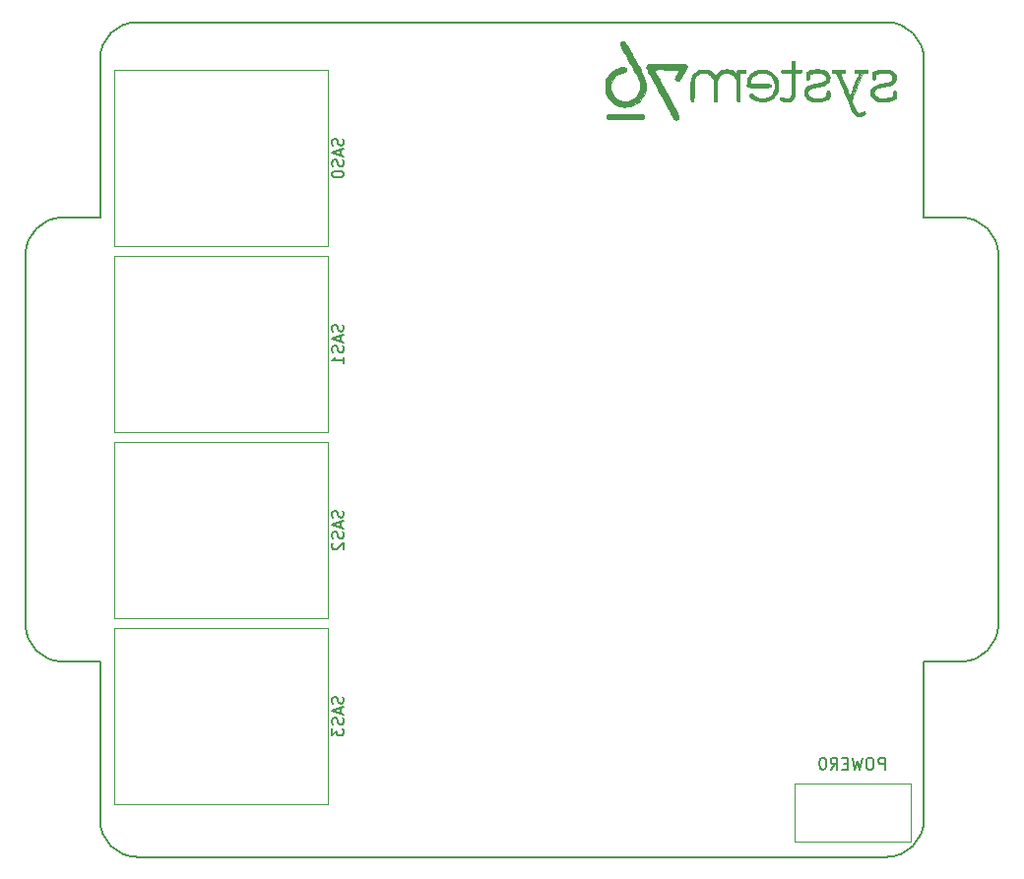
<source format=gbr>
%TF.GenerationSoftware,KiCad,Pcbnew,6.0.0-rc1-unknown-ee465fb~66~ubuntu18.04.1*%
%TF.CreationDate,2018-10-04T09:53:09-06:00*%
%TF.ProjectId,thelio-io-sas,7468656C696F2D696F2D7361732E6B69,rev?*%
%TF.SameCoordinates,Original*%
%TF.FileFunction,Legend,Bot*%
%TF.FilePolarity,Positive*%
%FSLAX46Y46*%
G04 Gerber Fmt 4.6, Leading zero omitted, Abs format (unit mm)*
G04 Created by KiCad (PCBNEW 6.0.0-rc1-unknown-ee465fb~66~ubuntu18.04.1) date Thu Oct  4 09:53:09 2018*
%MOMM*%
%LPD*%
G01*
G04 APERTURE LIST*
%ADD10C,0.200000*%
%ADD11C,0.150000*%
%ADD12C,0.120000*%
%ADD13C,0.010000*%
G04 APERTURE END LIST*
D10*
X0Y-16800000D02*
X0Y-3200000D01*
X0Y-55000000D02*
X0Y-68600000D01*
X0Y-16800000D02*
X-3200000Y-16800000D01*
X0Y-55000000D02*
X-3200000Y-55000000D01*
X-3200000Y-55000000D02*
G75*
G02X-6400000Y-51800000I0J3200000D01*
G01*
X70850000Y-16800000D02*
X74050000Y-16800000D01*
X3200000Y0D02*
X67650000Y0D01*
X-6400000Y-51800000D02*
X-6400000Y-20000000D01*
X70850000Y-55000000D02*
X74050000Y-55000000D01*
X74050000Y-16800000D02*
G75*
G02X77250000Y-20000000I0J-3200000D01*
G01*
X67650000Y0D02*
G75*
G02X70850000Y-3200000I0J-3200000D01*
G01*
X0Y-3200000D02*
G75*
G02X3200000Y0I3200000J0D01*
G01*
X67650000Y-71800000D02*
X3200000Y-71800000D01*
X3200000Y-71800000D02*
G75*
G02X0Y-68600000I0J3200000D01*
G01*
D11*
X70850000Y-68600000D02*
G75*
G02X67650000Y-71800000I-3200000J0D01*
G01*
D10*
X70850000Y-16800000D02*
X70850000Y-3200000D01*
X70850000Y-55000000D02*
X70850000Y-68600000D01*
X77250000Y-51800000D02*
X77250000Y-20000000D01*
X-6400000Y-20000000D02*
G75*
G02X-3200000Y-16800000I3200000J0D01*
G01*
X77250000Y-51800000D02*
G75*
G02X74050000Y-55000000I-3200000J0D01*
G01*
D12*
%TO.C,POWER0*%
X69710000Y-65490000D02*
X59710000Y-65490000D01*
X59710000Y-65490000D02*
X59710000Y-70490000D01*
X59710000Y-70490000D02*
X69710000Y-70490000D01*
X69710000Y-70490000D02*
X69710000Y-65490000D01*
%TO.C,SAS3*%
X19620000Y-52120000D02*
X1220000Y-52120000D01*
X1220000Y-52120000D02*
X1220000Y-67270000D01*
X19620000Y-67270000D02*
X1220000Y-67270000D01*
X19620000Y-52120000D02*
X19620000Y-67270000D01*
%TO.C,SAS2*%
X19620000Y-36120000D02*
X1220000Y-36120000D01*
X1220000Y-36120000D02*
X1220000Y-51270000D01*
X19620000Y-51270000D02*
X1220000Y-51270000D01*
X19620000Y-36120000D02*
X19620000Y-51270000D01*
%TO.C,SAS0*%
X19620000Y-4120000D02*
X1220000Y-4120000D01*
X1220000Y-4120000D02*
X1220000Y-19270000D01*
X19620000Y-19270000D02*
X1220000Y-19270000D01*
X19620000Y-4120000D02*
X19620000Y-19270000D01*
%TO.C,SAS1*%
X19620000Y-20120000D02*
X19620000Y-35270000D01*
X19620000Y-35270000D02*
X1220000Y-35270000D01*
X1220000Y-20120000D02*
X1220000Y-35270000D01*
X19620000Y-20120000D02*
X1220000Y-20120000D01*
D13*
%TO.C,G\002A\002A\002A*%
G36*
X47035288Y-3707474D02*
X46987025Y-3770378D01*
X46969607Y-3825608D01*
X46972535Y-3881106D01*
X46985744Y-3914214D01*
X47020754Y-3987230D01*
X47075610Y-4096511D01*
X47148360Y-4238414D01*
X47237048Y-4409295D01*
X47339720Y-4605511D01*
X47454423Y-4823417D01*
X47579202Y-5059372D01*
X47712104Y-5309730D01*
X47851174Y-5570849D01*
X47994458Y-5839084D01*
X48140002Y-6110794D01*
X48285851Y-6382333D01*
X48430053Y-6650059D01*
X48570652Y-6910328D01*
X48705695Y-7159496D01*
X48833227Y-7393921D01*
X48951295Y-7609958D01*
X49057944Y-7803963D01*
X49151220Y-7972295D01*
X49229169Y-8111308D01*
X49289837Y-8217360D01*
X49331270Y-8286806D01*
X49350590Y-8315097D01*
X49430706Y-8366024D01*
X49537600Y-8382404D01*
X49586892Y-8378353D01*
X49640698Y-8355850D01*
X49699585Y-8311558D01*
X49704714Y-8306568D01*
X49726967Y-8284457D01*
X49745798Y-8263426D01*
X49759987Y-8240756D01*
X49768317Y-8213724D01*
X49769569Y-8179611D01*
X49762525Y-8135695D01*
X49745967Y-8079255D01*
X49718677Y-8007570D01*
X49679436Y-7917919D01*
X49627026Y-7807581D01*
X49560229Y-7673835D01*
X49477826Y-7513961D01*
X49378600Y-7325236D01*
X49261333Y-7104941D01*
X49124805Y-6850354D01*
X48967799Y-6558754D01*
X48789097Y-6227420D01*
X48699441Y-6061226D01*
X48543071Y-5771003D01*
X48393820Y-5493328D01*
X48253328Y-5231288D01*
X48123233Y-4987971D01*
X48005173Y-4766461D01*
X47900786Y-4569847D01*
X47811712Y-4401215D01*
X47739589Y-4263651D01*
X47686056Y-4160242D01*
X47652750Y-4094075D01*
X47641310Y-4068236D01*
X47641368Y-4068020D01*
X47667707Y-4065847D01*
X47738588Y-4064101D01*
X47848946Y-4062803D01*
X47993716Y-4061975D01*
X48167832Y-4061638D01*
X48366230Y-4061813D01*
X48583843Y-4062521D01*
X48747700Y-4063362D01*
X49842911Y-4069824D01*
X49640150Y-4404688D01*
X49548082Y-4561412D01*
X49483736Y-4684258D01*
X49445660Y-4779473D01*
X49432401Y-4853301D01*
X49442506Y-4911989D01*
X49474522Y-4961781D01*
X49503929Y-4990230D01*
X49589846Y-5038211D01*
X49683752Y-5050261D01*
X49769668Y-5026194D01*
X49811235Y-4993799D01*
X49838196Y-4957020D01*
X49885950Y-4884205D01*
X49950252Y-4782144D01*
X50026857Y-4657628D01*
X50111520Y-4517450D01*
X50162825Y-4431339D01*
X50268811Y-4250553D01*
X50349989Y-4106025D01*
X50408238Y-3992193D01*
X50445433Y-3903496D01*
X50463451Y-3834370D01*
X50464172Y-3779252D01*
X50449470Y-3732582D01*
X50421225Y-3688795D01*
X50415746Y-3681898D01*
X50368328Y-3623340D01*
X47110462Y-3623340D01*
X47035288Y-3707474D01*
X47035288Y-3707474D01*
G37*
X47035288Y-3707474D02*
X46987025Y-3770378D01*
X46969607Y-3825608D01*
X46972535Y-3881106D01*
X46985744Y-3914214D01*
X47020754Y-3987230D01*
X47075610Y-4096511D01*
X47148360Y-4238414D01*
X47237048Y-4409295D01*
X47339720Y-4605511D01*
X47454423Y-4823417D01*
X47579202Y-5059372D01*
X47712104Y-5309730D01*
X47851174Y-5570849D01*
X47994458Y-5839084D01*
X48140002Y-6110794D01*
X48285851Y-6382333D01*
X48430053Y-6650059D01*
X48570652Y-6910328D01*
X48705695Y-7159496D01*
X48833227Y-7393921D01*
X48951295Y-7609958D01*
X49057944Y-7803963D01*
X49151220Y-7972295D01*
X49229169Y-8111308D01*
X49289837Y-8217360D01*
X49331270Y-8286806D01*
X49350590Y-8315097D01*
X49430706Y-8366024D01*
X49537600Y-8382404D01*
X49586892Y-8378353D01*
X49640698Y-8355850D01*
X49699585Y-8311558D01*
X49704714Y-8306568D01*
X49726967Y-8284457D01*
X49745798Y-8263426D01*
X49759987Y-8240756D01*
X49768317Y-8213724D01*
X49769569Y-8179611D01*
X49762525Y-8135695D01*
X49745967Y-8079255D01*
X49718677Y-8007570D01*
X49679436Y-7917919D01*
X49627026Y-7807581D01*
X49560229Y-7673835D01*
X49477826Y-7513961D01*
X49378600Y-7325236D01*
X49261333Y-7104941D01*
X49124805Y-6850354D01*
X48967799Y-6558754D01*
X48789097Y-6227420D01*
X48699441Y-6061226D01*
X48543071Y-5771003D01*
X48393820Y-5493328D01*
X48253328Y-5231288D01*
X48123233Y-4987971D01*
X48005173Y-4766461D01*
X47900786Y-4569847D01*
X47811712Y-4401215D01*
X47739589Y-4263651D01*
X47686056Y-4160242D01*
X47652750Y-4094075D01*
X47641310Y-4068236D01*
X47641368Y-4068020D01*
X47667707Y-4065847D01*
X47738588Y-4064101D01*
X47848946Y-4062803D01*
X47993716Y-4061975D01*
X48167832Y-4061638D01*
X48366230Y-4061813D01*
X48583843Y-4062521D01*
X48747700Y-4063362D01*
X49842911Y-4069824D01*
X49640150Y-4404688D01*
X49548082Y-4561412D01*
X49483736Y-4684258D01*
X49445660Y-4779473D01*
X49432401Y-4853301D01*
X49442506Y-4911989D01*
X49474522Y-4961781D01*
X49503929Y-4990230D01*
X49589846Y-5038211D01*
X49683752Y-5050261D01*
X49769668Y-5026194D01*
X49811235Y-4993799D01*
X49838196Y-4957020D01*
X49885950Y-4884205D01*
X49950252Y-4782144D01*
X50026857Y-4657628D01*
X50111520Y-4517450D01*
X50162825Y-4431339D01*
X50268811Y-4250553D01*
X50349989Y-4106025D01*
X50408238Y-3992193D01*
X50445433Y-3903496D01*
X50463451Y-3834370D01*
X50464172Y-3779252D01*
X50449470Y-3732582D01*
X50421225Y-3688795D01*
X50415746Y-3681898D01*
X50368328Y-3623340D01*
X47110462Y-3623340D01*
X47035288Y-3707474D01*
G36*
X43615162Y-7949850D02*
X43563006Y-8016868D01*
X43543787Y-8091864D01*
X43542656Y-8125391D01*
X43553115Y-8209966D01*
X43592365Y-8276527D01*
X43615162Y-8300931D01*
X43687668Y-8373438D01*
X46639436Y-8373438D01*
X46713930Y-8310755D01*
X46783878Y-8224389D01*
X46808199Y-8127140D01*
X46786882Y-8027629D01*
X46719912Y-7934481D01*
X46714499Y-7929335D01*
X46702101Y-7918543D01*
X46687333Y-7909359D01*
X46666352Y-7901652D01*
X46635317Y-7895293D01*
X46590387Y-7890153D01*
X46527720Y-7886101D01*
X46443474Y-7883009D01*
X46333808Y-7880747D01*
X46194881Y-7879184D01*
X46022851Y-7878193D01*
X45813876Y-7877642D01*
X45564116Y-7877402D01*
X45269728Y-7877345D01*
X45173180Y-7877344D01*
X43687668Y-7877344D01*
X43615162Y-7949850D01*
X43615162Y-7949850D01*
G37*
X43615162Y-7949850D02*
X43563006Y-8016868D01*
X43543787Y-8091864D01*
X43542656Y-8125391D01*
X43553115Y-8209966D01*
X43592365Y-8276527D01*
X43615162Y-8300931D01*
X43687668Y-8373438D01*
X46639436Y-8373438D01*
X46713930Y-8310755D01*
X46783878Y-8224389D01*
X46808199Y-8127140D01*
X46786882Y-8027629D01*
X46719912Y-7934481D01*
X46714499Y-7929335D01*
X46702101Y-7918543D01*
X46687333Y-7909359D01*
X46666352Y-7901652D01*
X46635317Y-7895293D01*
X46590387Y-7890153D01*
X46527720Y-7886101D01*
X46443474Y-7883009D01*
X46333808Y-7880747D01*
X46194881Y-7879184D01*
X46022851Y-7878193D01*
X45813876Y-7877642D01*
X45564116Y-7877402D01*
X45269728Y-7877345D01*
X45173180Y-7877344D01*
X43687668Y-7877344D01*
X43615162Y-7949850D01*
G36*
X65273895Y-4107609D02*
X65132718Y-4110348D01*
X65029388Y-4116755D01*
X64958027Y-4128336D01*
X64912755Y-4146599D01*
X64887694Y-4173051D01*
X64876964Y-4209199D01*
X64874688Y-4256549D01*
X64874687Y-4256758D01*
X64886589Y-4315486D01*
X64926749Y-4353356D01*
X65001848Y-4373709D01*
X65118568Y-4379881D01*
X65121104Y-4379883D01*
X65200085Y-4382791D01*
X65254571Y-4390357D01*
X65271562Y-4399288D01*
X65262185Y-4426284D01*
X65235702Y-4492891D01*
X65194587Y-4593135D01*
X65141313Y-4721043D01*
X65078355Y-4870645D01*
X65008186Y-5035966D01*
X64996738Y-5062813D01*
X64917268Y-5249811D01*
X64837024Y-5439961D01*
X64760216Y-5623191D01*
X64691055Y-5789427D01*
X64633750Y-5928595D01*
X64597945Y-6016992D01*
X64551074Y-6132487D01*
X64509740Y-6231119D01*
X64477840Y-6303818D01*
X64459274Y-6341512D01*
X64457290Y-6344287D01*
X64445785Y-6324990D01*
X64418224Y-6265341D01*
X64376952Y-6171062D01*
X64324313Y-6047871D01*
X64262652Y-5901490D01*
X64194314Y-5737636D01*
X64121643Y-5562032D01*
X64046983Y-5380395D01*
X63972681Y-5198447D01*
X63901079Y-5021906D01*
X63834524Y-4856493D01*
X63775359Y-4707928D01*
X63725929Y-4581930D01*
X63688579Y-4484220D01*
X63665653Y-4420517D01*
X63659258Y-4397462D01*
X63681873Y-4388465D01*
X63740991Y-4382127D01*
X63818717Y-4379883D01*
X63934736Y-4371943D01*
X64009095Y-4345941D01*
X64047488Y-4298607D01*
X64056133Y-4243457D01*
X64053279Y-4199775D01*
X64040770Y-4166533D01*
X64012687Y-4142314D01*
X63963107Y-4125703D01*
X63886112Y-4115288D01*
X63775779Y-4109651D01*
X63626189Y-4107379D01*
X63485260Y-4107031D01*
X63317145Y-4107220D01*
X63191697Y-4108268D01*
X63101973Y-4110893D01*
X63041031Y-4115817D01*
X63001929Y-4123759D01*
X62977724Y-4135440D01*
X62961474Y-4151579D01*
X62953731Y-4162160D01*
X62917020Y-4240596D01*
X62926695Y-4303233D01*
X62981777Y-4349033D01*
X63081291Y-4376955D01*
X63163114Y-4384752D01*
X63323332Y-4392285D01*
X63960933Y-5917773D01*
X64072081Y-6183564D01*
X64179478Y-6440125D01*
X64281288Y-6683083D01*
X64375673Y-6908067D01*
X64460795Y-7110702D01*
X64534817Y-7286617D01*
X64595902Y-7431438D01*
X64642212Y-7540792D01*
X64671909Y-7610308D01*
X64678165Y-7624704D01*
X64775016Y-7801859D01*
X64891171Y-7938290D01*
X65023827Y-8031110D01*
X65103850Y-8062839D01*
X65217574Y-8090601D01*
X65313869Y-8096271D01*
X65418378Y-8080122D01*
X65471502Y-8066732D01*
X65582494Y-8028216D01*
X65681158Y-7978563D01*
X65753007Y-7925744D01*
X65774891Y-7899786D01*
X65789916Y-7834826D01*
X65770013Y-7765450D01*
X65722826Y-7712711D01*
X65703381Y-7702850D01*
X65653965Y-7693501D01*
X65594438Y-7705222D01*
X65509444Y-7740935D01*
X65410073Y-7778461D01*
X65312083Y-7800229D01*
X65275006Y-7802930D01*
X65207181Y-7796528D01*
X65147010Y-7773985D01*
X65090495Y-7730295D01*
X65033637Y-7660453D01*
X64972438Y-7559452D01*
X64902897Y-7422286D01*
X64821017Y-7243951D01*
X64811661Y-7222905D01*
X64751647Y-7086335D01*
X64698288Y-6962540D01*
X64655066Y-6859788D01*
X64625461Y-6786345D01*
X64613206Y-6751616D01*
X64619994Y-6715133D01*
X64646880Y-6634663D01*
X64693401Y-6511364D01*
X64759092Y-6346398D01*
X64843491Y-6140922D01*
X64946132Y-5896098D01*
X65066553Y-5613084D01*
X65095432Y-5545703D01*
X65590373Y-4392285D01*
X65783611Y-4379883D01*
X65882452Y-4372137D01*
X65944079Y-4361714D01*
X65980864Y-4344428D01*
X66005179Y-4316092D01*
X66013404Y-4302126D01*
X66035996Y-4250312D01*
X66028843Y-4208086D01*
X66007455Y-4171901D01*
X65964950Y-4107031D01*
X65458798Y-4107031D01*
X65273895Y-4107609D01*
X65273895Y-4107609D01*
G37*
X65273895Y-4107609D02*
X65132718Y-4110348D01*
X65029388Y-4116755D01*
X64958027Y-4128336D01*
X64912755Y-4146599D01*
X64887694Y-4173051D01*
X64876964Y-4209199D01*
X64874688Y-4256549D01*
X64874687Y-4256758D01*
X64886589Y-4315486D01*
X64926749Y-4353356D01*
X65001848Y-4373709D01*
X65118568Y-4379881D01*
X65121104Y-4379883D01*
X65200085Y-4382791D01*
X65254571Y-4390357D01*
X65271562Y-4399288D01*
X65262185Y-4426284D01*
X65235702Y-4492891D01*
X65194587Y-4593135D01*
X65141313Y-4721043D01*
X65078355Y-4870645D01*
X65008186Y-5035966D01*
X64996738Y-5062813D01*
X64917268Y-5249811D01*
X64837024Y-5439961D01*
X64760216Y-5623191D01*
X64691055Y-5789427D01*
X64633750Y-5928595D01*
X64597945Y-6016992D01*
X64551074Y-6132487D01*
X64509740Y-6231119D01*
X64477840Y-6303818D01*
X64459274Y-6341512D01*
X64457290Y-6344287D01*
X64445785Y-6324990D01*
X64418224Y-6265341D01*
X64376952Y-6171062D01*
X64324313Y-6047871D01*
X64262652Y-5901490D01*
X64194314Y-5737636D01*
X64121643Y-5562032D01*
X64046983Y-5380395D01*
X63972681Y-5198447D01*
X63901079Y-5021906D01*
X63834524Y-4856493D01*
X63775359Y-4707928D01*
X63725929Y-4581930D01*
X63688579Y-4484220D01*
X63665653Y-4420517D01*
X63659258Y-4397462D01*
X63681873Y-4388465D01*
X63740991Y-4382127D01*
X63818717Y-4379883D01*
X63934736Y-4371943D01*
X64009095Y-4345941D01*
X64047488Y-4298607D01*
X64056133Y-4243457D01*
X64053279Y-4199775D01*
X64040770Y-4166533D01*
X64012687Y-4142314D01*
X63963107Y-4125703D01*
X63886112Y-4115288D01*
X63775779Y-4109651D01*
X63626189Y-4107379D01*
X63485260Y-4107031D01*
X63317145Y-4107220D01*
X63191697Y-4108268D01*
X63101973Y-4110893D01*
X63041031Y-4115817D01*
X63001929Y-4123759D01*
X62977724Y-4135440D01*
X62961474Y-4151579D01*
X62953731Y-4162160D01*
X62917020Y-4240596D01*
X62926695Y-4303233D01*
X62981777Y-4349033D01*
X63081291Y-4376955D01*
X63163114Y-4384752D01*
X63323332Y-4392285D01*
X63960933Y-5917773D01*
X64072081Y-6183564D01*
X64179478Y-6440125D01*
X64281288Y-6683083D01*
X64375673Y-6908067D01*
X64460795Y-7110702D01*
X64534817Y-7286617D01*
X64595902Y-7431438D01*
X64642212Y-7540792D01*
X64671909Y-7610308D01*
X64678165Y-7624704D01*
X64775016Y-7801859D01*
X64891171Y-7938290D01*
X65023827Y-8031110D01*
X65103850Y-8062839D01*
X65217574Y-8090601D01*
X65313869Y-8096271D01*
X65418378Y-8080122D01*
X65471502Y-8066732D01*
X65582494Y-8028216D01*
X65681158Y-7978563D01*
X65753007Y-7925744D01*
X65774891Y-7899786D01*
X65789916Y-7834826D01*
X65770013Y-7765450D01*
X65722826Y-7712711D01*
X65703381Y-7702850D01*
X65653965Y-7693501D01*
X65594438Y-7705222D01*
X65509444Y-7740935D01*
X65410073Y-7778461D01*
X65312083Y-7800229D01*
X65275006Y-7802930D01*
X65207181Y-7796528D01*
X65147010Y-7773985D01*
X65090495Y-7730295D01*
X65033637Y-7660453D01*
X64972438Y-7559452D01*
X64902897Y-7422286D01*
X64821017Y-7243951D01*
X64811661Y-7222905D01*
X64751647Y-7086335D01*
X64698288Y-6962540D01*
X64655066Y-6859788D01*
X64625461Y-6786345D01*
X64613206Y-6751616D01*
X64619994Y-6715133D01*
X64646880Y-6634663D01*
X64693401Y-6511364D01*
X64759092Y-6346398D01*
X64843491Y-6140922D01*
X64946132Y-5896098D01*
X65066553Y-5613084D01*
X65095432Y-5545703D01*
X65590373Y-4392285D01*
X65783611Y-4379883D01*
X65882452Y-4372137D01*
X65944079Y-4361714D01*
X65980864Y-4344428D01*
X66005179Y-4316092D01*
X66013404Y-4302126D01*
X66035996Y-4250312D01*
X66028843Y-4208086D01*
X66007455Y-4171901D01*
X65964950Y-4107031D01*
X65458798Y-4107031D01*
X65273895Y-4107609D01*
G36*
X44848125Y-1679706D02*
X44780543Y-1744006D01*
X44741802Y-1832934D01*
X44739984Y-1931110D01*
X44754164Y-1967138D01*
X44790359Y-2042352D01*
X44846387Y-2152630D01*
X44920062Y-2293849D01*
X45009202Y-2461888D01*
X45111623Y-2652626D01*
X45225142Y-2861941D01*
X45347574Y-3085710D01*
X45452678Y-3276354D01*
X45610006Y-3560761D01*
X45745218Y-3805317D01*
X45860178Y-4013599D01*
X45956751Y-4189183D01*
X46036802Y-4335648D01*
X46102195Y-4456569D01*
X46154796Y-4555524D01*
X46196468Y-4636089D01*
X46229078Y-4701842D01*
X46254489Y-4756360D01*
X46274567Y-4803219D01*
X46291176Y-4845996D01*
X46306180Y-4888268D01*
X46321446Y-4933613D01*
X46329922Y-4959041D01*
X46404717Y-5239720D01*
X46434592Y-5499384D01*
X46419548Y-5738063D01*
X46411878Y-5779743D01*
X46359663Y-5977328D01*
X46286330Y-6143517D01*
X46182890Y-6294945D01*
X46062233Y-6426810D01*
X45899772Y-6569059D01*
X45733576Y-6672205D01*
X45547516Y-6744897D01*
X45400958Y-6781442D01*
X45165751Y-6806307D01*
X44936571Y-6785733D01*
X44718354Y-6723728D01*
X44516041Y-6624297D01*
X44334569Y-6491446D01*
X44178876Y-6329182D01*
X44053901Y-6141509D01*
X43964583Y-5932434D01*
X43915859Y-5705963D01*
X43908144Y-5570508D01*
X43931677Y-5329082D01*
X43999973Y-5103416D01*
X44109580Y-4897597D01*
X44257046Y-4715711D01*
X44438918Y-4561844D01*
X44651742Y-4440083D01*
X44892068Y-4354514D01*
X44946740Y-4341295D01*
X45077476Y-4303749D01*
X45165012Y-4256094D01*
X45215548Y-4192753D01*
X45235286Y-4108147D01*
X45236140Y-4080974D01*
X45216929Y-3973462D01*
X45160669Y-3898334D01*
X45069418Y-3857449D01*
X44980855Y-3850324D01*
X44892953Y-3859836D01*
X44782631Y-3881094D01*
X44677613Y-3908413D01*
X44402832Y-4016575D01*
X44152930Y-4165831D01*
X43931936Y-4352312D01*
X43743880Y-4572147D01*
X43592790Y-4821470D01*
X43502053Y-5037207D01*
X43472672Y-5127469D01*
X43452938Y-5206451D01*
X43440929Y-5288481D01*
X43434724Y-5387887D01*
X43432402Y-5518996D01*
X43432204Y-5558105D01*
X43432778Y-5698539D01*
X43436974Y-5804282D01*
X43446739Y-5890226D01*
X43464018Y-5971261D01*
X43490756Y-6062277D01*
X43503024Y-6100208D01*
X43613705Y-6360159D01*
X43765531Y-6596999D01*
X43953664Y-6806237D01*
X44173267Y-6983387D01*
X44419504Y-7123960D01*
X44687537Y-7223466D01*
X44723936Y-7233204D01*
X44910191Y-7266616D01*
X45119632Y-7280878D01*
X45332513Y-7275992D01*
X45529091Y-7251961D01*
X45613848Y-7233100D01*
X45878502Y-7143946D01*
X46109990Y-7024054D01*
X46317979Y-6867714D01*
X46448762Y-6739987D01*
X46632171Y-6513366D01*
X46770044Y-6272662D01*
X46865678Y-6010947D01*
X46918142Y-5753254D01*
X46934200Y-5529271D01*
X46919562Y-5298605D01*
X46872910Y-5055786D01*
X46792928Y-4795344D01*
X46678299Y-4511810D01*
X46558700Y-4260577D01*
X46492180Y-4130782D01*
X46410570Y-3975367D01*
X46316445Y-3798948D01*
X46212383Y-3606140D01*
X46100961Y-3401561D01*
X45984754Y-3189825D01*
X45866339Y-2975550D01*
X45748293Y-2763350D01*
X45633192Y-2557843D01*
X45523614Y-2363644D01*
X45422134Y-2185370D01*
X45331329Y-2027636D01*
X45253776Y-1895059D01*
X45192051Y-1792255D01*
X45148731Y-1723840D01*
X45126392Y-1694429D01*
X45126323Y-1694377D01*
X45030775Y-1648911D01*
X44934789Y-1646014D01*
X44848125Y-1679706D01*
X44848125Y-1679706D01*
G37*
X44848125Y-1679706D02*
X44780543Y-1744006D01*
X44741802Y-1832934D01*
X44739984Y-1931110D01*
X44754164Y-1967138D01*
X44790359Y-2042352D01*
X44846387Y-2152630D01*
X44920062Y-2293849D01*
X45009202Y-2461888D01*
X45111623Y-2652626D01*
X45225142Y-2861941D01*
X45347574Y-3085710D01*
X45452678Y-3276354D01*
X45610006Y-3560761D01*
X45745218Y-3805317D01*
X45860178Y-4013599D01*
X45956751Y-4189183D01*
X46036802Y-4335648D01*
X46102195Y-4456569D01*
X46154796Y-4555524D01*
X46196468Y-4636089D01*
X46229078Y-4701842D01*
X46254489Y-4756360D01*
X46274567Y-4803219D01*
X46291176Y-4845996D01*
X46306180Y-4888268D01*
X46321446Y-4933613D01*
X46329922Y-4959041D01*
X46404717Y-5239720D01*
X46434592Y-5499384D01*
X46419548Y-5738063D01*
X46411878Y-5779743D01*
X46359663Y-5977328D01*
X46286330Y-6143517D01*
X46182890Y-6294945D01*
X46062233Y-6426810D01*
X45899772Y-6569059D01*
X45733576Y-6672205D01*
X45547516Y-6744897D01*
X45400958Y-6781442D01*
X45165751Y-6806307D01*
X44936571Y-6785733D01*
X44718354Y-6723728D01*
X44516041Y-6624297D01*
X44334569Y-6491446D01*
X44178876Y-6329182D01*
X44053901Y-6141509D01*
X43964583Y-5932434D01*
X43915859Y-5705963D01*
X43908144Y-5570508D01*
X43931677Y-5329082D01*
X43999973Y-5103416D01*
X44109580Y-4897597D01*
X44257046Y-4715711D01*
X44438918Y-4561844D01*
X44651742Y-4440083D01*
X44892068Y-4354514D01*
X44946740Y-4341295D01*
X45077476Y-4303749D01*
X45165012Y-4256094D01*
X45215548Y-4192753D01*
X45235286Y-4108147D01*
X45236140Y-4080974D01*
X45216929Y-3973462D01*
X45160669Y-3898334D01*
X45069418Y-3857449D01*
X44980855Y-3850324D01*
X44892953Y-3859836D01*
X44782631Y-3881094D01*
X44677613Y-3908413D01*
X44402832Y-4016575D01*
X44152930Y-4165831D01*
X43931936Y-4352312D01*
X43743880Y-4572147D01*
X43592790Y-4821470D01*
X43502053Y-5037207D01*
X43472672Y-5127469D01*
X43452938Y-5206451D01*
X43440929Y-5288481D01*
X43434724Y-5387887D01*
X43432402Y-5518996D01*
X43432204Y-5558105D01*
X43432778Y-5698539D01*
X43436974Y-5804282D01*
X43446739Y-5890226D01*
X43464018Y-5971261D01*
X43490756Y-6062277D01*
X43503024Y-6100208D01*
X43613705Y-6360159D01*
X43765531Y-6596999D01*
X43953664Y-6806237D01*
X44173267Y-6983387D01*
X44419504Y-7123960D01*
X44687537Y-7223466D01*
X44723936Y-7233204D01*
X44910191Y-7266616D01*
X45119632Y-7280878D01*
X45332513Y-7275992D01*
X45529091Y-7251961D01*
X45613848Y-7233100D01*
X45878502Y-7143946D01*
X46109990Y-7024054D01*
X46317979Y-6867714D01*
X46448762Y-6739987D01*
X46632171Y-6513366D01*
X46770044Y-6272662D01*
X46865678Y-6010947D01*
X46918142Y-5753254D01*
X46934200Y-5529271D01*
X46919562Y-5298605D01*
X46872910Y-5055786D01*
X46792928Y-4795344D01*
X46678299Y-4511810D01*
X46558700Y-4260577D01*
X46492180Y-4130782D01*
X46410570Y-3975367D01*
X46316445Y-3798948D01*
X46212383Y-3606140D01*
X46100961Y-3401561D01*
X45984754Y-3189825D01*
X45866339Y-2975550D01*
X45748293Y-2763350D01*
X45633192Y-2557843D01*
X45523614Y-2363644D01*
X45422134Y-2185370D01*
X45331329Y-2027636D01*
X45253776Y-1895059D01*
X45192051Y-1792255D01*
X45148731Y-1723840D01*
X45126392Y-1694429D01*
X45126323Y-1694377D01*
X45030775Y-1648911D01*
X44934789Y-1646014D01*
X44848125Y-1679706D01*
G36*
X67199015Y-4073475D02*
X67056502Y-4083370D01*
X66941573Y-4100879D01*
X66885511Y-4114290D01*
X66752726Y-4155599D01*
X66628656Y-4203215D01*
X66523312Y-4252484D01*
X66446709Y-4298754D01*
X66409919Y-4335241D01*
X66400443Y-4381027D01*
X66397082Y-4461252D01*
X66399000Y-4562044D01*
X66405361Y-4669528D01*
X66415329Y-4769829D01*
X66428068Y-4849074D01*
X66442742Y-4893389D01*
X66443623Y-4894580D01*
X66483769Y-4916007D01*
X66547378Y-4925554D01*
X66551168Y-4925586D01*
X66611732Y-4916842D01*
X66651610Y-4885590D01*
X66674554Y-4824299D01*
X66684316Y-4725438D01*
X66685430Y-4656147D01*
X66685430Y-4482666D01*
X66819966Y-4432329D01*
X67070047Y-4363151D01*
X67333611Y-4334915D01*
X67490031Y-4338608D01*
X67680674Y-4361404D01*
X67831264Y-4399913D01*
X67949789Y-4457460D01*
X68044234Y-4537373D01*
X68084614Y-4586340D01*
X68124631Y-4675407D01*
X68138561Y-4785606D01*
X68126384Y-4896252D01*
X68088084Y-4986662D01*
X68084953Y-4990994D01*
X68047824Y-5035111D01*
X68004064Y-5073191D01*
X67948161Y-5107080D01*
X67874603Y-5138623D01*
X67777877Y-5169665D01*
X67652472Y-5202051D01*
X67492876Y-5237627D01*
X67293577Y-5278238D01*
X67133672Y-5309457D01*
X66894058Y-5364056D01*
X66699310Y-5427933D01*
X66545114Y-5503840D01*
X66427159Y-5594526D01*
X66341131Y-5702742D01*
X66282717Y-5831239D01*
X66274615Y-5857378D01*
X66248461Y-6023465D01*
X66261069Y-6192928D01*
X66309194Y-6353653D01*
X66389588Y-6493527D01*
X66467169Y-6575831D01*
X66597313Y-6662855D01*
X66762580Y-6737318D01*
X66948895Y-6793039D01*
X66974782Y-6798765D01*
X67120728Y-6820011D01*
X67294792Y-6830576D01*
X67477784Y-6830465D01*
X67650517Y-6819685D01*
X67792626Y-6798500D01*
X67906007Y-6767214D01*
X68037587Y-6720839D01*
X68170889Y-6666147D01*
X68289441Y-6609907D01*
X68376767Y-6558891D01*
X68378350Y-6557782D01*
X68408749Y-6534430D01*
X68428436Y-6508853D01*
X68439737Y-6470532D01*
X68444977Y-6408948D01*
X68446483Y-6313581D01*
X68446562Y-6249317D01*
X68444338Y-6108182D01*
X68435835Y-6009354D01*
X68418304Y-5945658D01*
X68388999Y-5909917D01*
X68345172Y-5894957D01*
X68310137Y-5892969D01*
X68249973Y-5900925D01*
X68209946Y-5929852D01*
X68186383Y-5987338D01*
X68175610Y-6080970D01*
X68173711Y-6174789D01*
X68173711Y-6360652D01*
X67980165Y-6435291D01*
X67730481Y-6512207D01*
X67480099Y-6552707D01*
X67238192Y-6556344D01*
X67013933Y-6522670D01*
X66901007Y-6487923D01*
X66744211Y-6413290D01*
X66632870Y-6322467D01*
X66564688Y-6212706D01*
X66537365Y-6081261D01*
X66536602Y-6052158D01*
X66547229Y-5947845D01*
X66581721Y-5859205D01*
X66643993Y-5783917D01*
X66737962Y-5719659D01*
X66867544Y-5664112D01*
X67036654Y-5614953D01*
X67249207Y-5569861D01*
X67392363Y-5544916D01*
X67648778Y-5495743D01*
X67866949Y-5438975D01*
X68043130Y-5375748D01*
X68172241Y-5308087D01*
X68292019Y-5201292D01*
X68375598Y-5069069D01*
X68422929Y-4919964D01*
X68433962Y-4762525D01*
X68408649Y-4605298D01*
X68346940Y-4456830D01*
X68248785Y-4325667D01*
X68178263Y-4263251D01*
X68050546Y-4183778D01*
X67902595Y-4126722D01*
X67726895Y-4090267D01*
X67515932Y-4072596D01*
X67379961Y-4070228D01*
X67199015Y-4073475D01*
X67199015Y-4073475D01*
G37*
X67199015Y-4073475D02*
X67056502Y-4083370D01*
X66941573Y-4100879D01*
X66885511Y-4114290D01*
X66752726Y-4155599D01*
X66628656Y-4203215D01*
X66523312Y-4252484D01*
X66446709Y-4298754D01*
X66409919Y-4335241D01*
X66400443Y-4381027D01*
X66397082Y-4461252D01*
X66399000Y-4562044D01*
X66405361Y-4669528D01*
X66415329Y-4769829D01*
X66428068Y-4849074D01*
X66442742Y-4893389D01*
X66443623Y-4894580D01*
X66483769Y-4916007D01*
X66547378Y-4925554D01*
X66551168Y-4925586D01*
X66611732Y-4916842D01*
X66651610Y-4885590D01*
X66674554Y-4824299D01*
X66684316Y-4725438D01*
X66685430Y-4656147D01*
X66685430Y-4482666D01*
X66819966Y-4432329D01*
X67070047Y-4363151D01*
X67333611Y-4334915D01*
X67490031Y-4338608D01*
X67680674Y-4361404D01*
X67831264Y-4399913D01*
X67949789Y-4457460D01*
X68044234Y-4537373D01*
X68084614Y-4586340D01*
X68124631Y-4675407D01*
X68138561Y-4785606D01*
X68126384Y-4896252D01*
X68088084Y-4986662D01*
X68084953Y-4990994D01*
X68047824Y-5035111D01*
X68004064Y-5073191D01*
X67948161Y-5107080D01*
X67874603Y-5138623D01*
X67777877Y-5169665D01*
X67652472Y-5202051D01*
X67492876Y-5237627D01*
X67293577Y-5278238D01*
X67133672Y-5309457D01*
X66894058Y-5364056D01*
X66699310Y-5427933D01*
X66545114Y-5503840D01*
X66427159Y-5594526D01*
X66341131Y-5702742D01*
X66282717Y-5831239D01*
X66274615Y-5857378D01*
X66248461Y-6023465D01*
X66261069Y-6192928D01*
X66309194Y-6353653D01*
X66389588Y-6493527D01*
X66467169Y-6575831D01*
X66597313Y-6662855D01*
X66762580Y-6737318D01*
X66948895Y-6793039D01*
X66974782Y-6798765D01*
X67120728Y-6820011D01*
X67294792Y-6830576D01*
X67477784Y-6830465D01*
X67650517Y-6819685D01*
X67792626Y-6798500D01*
X67906007Y-6767214D01*
X68037587Y-6720839D01*
X68170889Y-6666147D01*
X68289441Y-6609907D01*
X68376767Y-6558891D01*
X68378350Y-6557782D01*
X68408749Y-6534430D01*
X68428436Y-6508853D01*
X68439737Y-6470532D01*
X68444977Y-6408948D01*
X68446483Y-6313581D01*
X68446562Y-6249317D01*
X68444338Y-6108182D01*
X68435835Y-6009354D01*
X68418304Y-5945658D01*
X68388999Y-5909917D01*
X68345172Y-5894957D01*
X68310137Y-5892969D01*
X68249973Y-5900925D01*
X68209946Y-5929852D01*
X68186383Y-5987338D01*
X68175610Y-6080970D01*
X68173711Y-6174789D01*
X68173711Y-6360652D01*
X67980165Y-6435291D01*
X67730481Y-6512207D01*
X67480099Y-6552707D01*
X67238192Y-6556344D01*
X67013933Y-6522670D01*
X66901007Y-6487923D01*
X66744211Y-6413290D01*
X66632870Y-6322467D01*
X66564688Y-6212706D01*
X66537365Y-6081261D01*
X66536602Y-6052158D01*
X66547229Y-5947845D01*
X66581721Y-5859205D01*
X66643993Y-5783917D01*
X66737962Y-5719659D01*
X66867544Y-5664112D01*
X67036654Y-5614953D01*
X67249207Y-5569861D01*
X67392363Y-5544916D01*
X67648778Y-5495743D01*
X67866949Y-5438975D01*
X68043130Y-5375748D01*
X68172241Y-5308087D01*
X68292019Y-5201292D01*
X68375598Y-5069069D01*
X68422929Y-4919964D01*
X68433962Y-4762525D01*
X68408649Y-4605298D01*
X68346940Y-4456830D01*
X68248785Y-4325667D01*
X68178263Y-4263251D01*
X68050546Y-4183778D01*
X67902595Y-4126722D01*
X67726895Y-4090267D01*
X67515932Y-4072596D01*
X67379961Y-4070228D01*
X67199015Y-4073475D01*
G36*
X61561643Y-4060552D02*
X61324293Y-4088541D01*
X61091707Y-4144170D01*
X60945296Y-4196075D01*
X60845208Y-4238557D01*
X60778071Y-4276806D01*
X60737307Y-4321795D01*
X60716342Y-4384493D01*
X60708599Y-4475872D01*
X60707500Y-4592795D01*
X60710432Y-4728978D01*
X60721346Y-4823041D01*
X60743417Y-4882243D01*
X60779822Y-4913842D01*
X60833736Y-4925093D01*
X60853139Y-4925586D01*
X60911707Y-4918206D01*
X60949500Y-4890596D01*
X60970670Y-4834553D01*
X60979373Y-4741871D01*
X60980352Y-4674360D01*
X60980352Y-4482666D01*
X61111975Y-4433419D01*
X61380243Y-4359164D01*
X61657170Y-4332504D01*
X61935784Y-4353952D01*
X62007840Y-4367514D01*
X62178925Y-4419962D01*
X62306853Y-4496148D01*
X62392508Y-4596970D01*
X62436771Y-4723323D01*
X62443828Y-4810649D01*
X62435273Y-4897903D01*
X62402363Y-4967192D01*
X62367918Y-5010317D01*
X62308581Y-5065358D01*
X62231030Y-5112622D01*
X62128656Y-5154473D01*
X61994850Y-5193274D01*
X61823001Y-5231390D01*
X61669218Y-5260232D01*
X61408689Y-5311115D01*
X61193105Y-5364113D01*
X61017802Y-5421409D01*
X60878116Y-5485187D01*
X60769382Y-5557632D01*
X60686936Y-5640927D01*
X60626115Y-5737256D01*
X60619039Y-5751952D01*
X60574280Y-5895211D01*
X60558018Y-6059677D01*
X60571369Y-6225188D01*
X60588708Y-6299368D01*
X60637423Y-6399354D01*
X60720663Y-6504941D01*
X60826423Y-6604516D01*
X60942702Y-6686465D01*
X61035437Y-6731606D01*
X61227853Y-6786416D01*
X61448784Y-6821110D01*
X61680920Y-6834582D01*
X61906955Y-6825727D01*
X62086405Y-6798733D01*
X62197993Y-6768723D01*
X62324716Y-6725738D01*
X62452332Y-6675544D01*
X62566598Y-6623907D01*
X62653273Y-6576596D01*
X62678618Y-6558936D01*
X62705935Y-6535050D01*
X62723921Y-6507959D01*
X62734523Y-6467518D01*
X62739685Y-6403578D01*
X62741352Y-6305993D01*
X62741484Y-6230993D01*
X62739736Y-6094861D01*
X62732594Y-6000729D01*
X62717209Y-5941050D01*
X62690734Y-5908280D01*
X62650322Y-5894874D01*
X62613907Y-5892969D01*
X62547475Y-5908385D01*
X62502614Y-5957606D01*
X62477085Y-6045086D01*
X62468647Y-6175282D01*
X62468633Y-6181939D01*
X62468633Y-6360652D01*
X62276396Y-6434617D01*
X62010068Y-6518401D01*
X61757494Y-6558064D01*
X61511179Y-6554313D01*
X61328996Y-6524110D01*
X61153046Y-6467192D01*
X61011870Y-6386070D01*
X60908990Y-6284070D01*
X60847926Y-6164521D01*
X60831523Y-6053956D01*
X60846477Y-5942298D01*
X60893400Y-5846788D01*
X60975385Y-5765467D01*
X61095526Y-5696378D01*
X61256915Y-5637560D01*
X61462647Y-5587057D01*
X61612871Y-5559221D01*
X61861838Y-5513912D01*
X62066822Y-5468248D01*
X62233421Y-5420178D01*
X62367231Y-5367646D01*
X62473851Y-5308600D01*
X62558878Y-5240986D01*
X62600691Y-5196817D01*
X62686206Y-5060760D01*
X62731854Y-4906261D01*
X62738342Y-4743425D01*
X62706376Y-4582356D01*
X62636661Y-4433160D01*
X62539019Y-4314344D01*
X62398209Y-4213072D01*
X62222042Y-4136461D01*
X62018542Y-4085108D01*
X61795735Y-4059606D01*
X61561643Y-4060552D01*
X61561643Y-4060552D01*
G37*
X61561643Y-4060552D02*
X61324293Y-4088541D01*
X61091707Y-4144170D01*
X60945296Y-4196075D01*
X60845208Y-4238557D01*
X60778071Y-4276806D01*
X60737307Y-4321795D01*
X60716342Y-4384493D01*
X60708599Y-4475872D01*
X60707500Y-4592795D01*
X60710432Y-4728978D01*
X60721346Y-4823041D01*
X60743417Y-4882243D01*
X60779822Y-4913842D01*
X60833736Y-4925093D01*
X60853139Y-4925586D01*
X60911707Y-4918206D01*
X60949500Y-4890596D01*
X60970670Y-4834553D01*
X60979373Y-4741871D01*
X60980352Y-4674360D01*
X60980352Y-4482666D01*
X61111975Y-4433419D01*
X61380243Y-4359164D01*
X61657170Y-4332504D01*
X61935784Y-4353952D01*
X62007840Y-4367514D01*
X62178925Y-4419962D01*
X62306853Y-4496148D01*
X62392508Y-4596970D01*
X62436771Y-4723323D01*
X62443828Y-4810649D01*
X62435273Y-4897903D01*
X62402363Y-4967192D01*
X62367918Y-5010317D01*
X62308581Y-5065358D01*
X62231030Y-5112622D01*
X62128656Y-5154473D01*
X61994850Y-5193274D01*
X61823001Y-5231390D01*
X61669218Y-5260232D01*
X61408689Y-5311115D01*
X61193105Y-5364113D01*
X61017802Y-5421409D01*
X60878116Y-5485187D01*
X60769382Y-5557632D01*
X60686936Y-5640927D01*
X60626115Y-5737256D01*
X60619039Y-5751952D01*
X60574280Y-5895211D01*
X60558018Y-6059677D01*
X60571369Y-6225188D01*
X60588708Y-6299368D01*
X60637423Y-6399354D01*
X60720663Y-6504941D01*
X60826423Y-6604516D01*
X60942702Y-6686465D01*
X61035437Y-6731606D01*
X61227853Y-6786416D01*
X61448784Y-6821110D01*
X61680920Y-6834582D01*
X61906955Y-6825727D01*
X62086405Y-6798733D01*
X62197993Y-6768723D01*
X62324716Y-6725738D01*
X62452332Y-6675544D01*
X62566598Y-6623907D01*
X62653273Y-6576596D01*
X62678618Y-6558936D01*
X62705935Y-6535050D01*
X62723921Y-6507959D01*
X62734523Y-6467518D01*
X62739685Y-6403578D01*
X62741352Y-6305993D01*
X62741484Y-6230993D01*
X62739736Y-6094861D01*
X62732594Y-6000729D01*
X62717209Y-5941050D01*
X62690734Y-5908280D01*
X62650322Y-5894874D01*
X62613907Y-5892969D01*
X62547475Y-5908385D01*
X62502614Y-5957606D01*
X62477085Y-6045086D01*
X62468647Y-6175282D01*
X62468633Y-6181939D01*
X62468633Y-6360652D01*
X62276396Y-6434617D01*
X62010068Y-6518401D01*
X61757494Y-6558064D01*
X61511179Y-6554313D01*
X61328996Y-6524110D01*
X61153046Y-6467192D01*
X61011870Y-6386070D01*
X60908990Y-6284070D01*
X60847926Y-6164521D01*
X60831523Y-6053956D01*
X60846477Y-5942298D01*
X60893400Y-5846788D01*
X60975385Y-5765467D01*
X61095526Y-5696378D01*
X61256915Y-5637560D01*
X61462647Y-5587057D01*
X61612871Y-5559221D01*
X61861838Y-5513912D01*
X62066822Y-5468248D01*
X62233421Y-5420178D01*
X62367231Y-5367646D01*
X62473851Y-5308600D01*
X62558878Y-5240986D01*
X62600691Y-5196817D01*
X62686206Y-5060760D01*
X62731854Y-4906261D01*
X62738342Y-4743425D01*
X62706376Y-4582356D01*
X62636661Y-4433160D01*
X62539019Y-4314344D01*
X62398209Y-4213072D01*
X62222042Y-4136461D01*
X62018542Y-4085108D01*
X61795735Y-4059606D01*
X61561643Y-4060552D01*
G36*
X59542830Y-3319601D02*
X59497031Y-3343047D01*
X59483596Y-3378932D01*
X59474279Y-3457101D01*
X59468898Y-3579996D01*
X59467266Y-3739922D01*
X59467266Y-4107031D01*
X59047358Y-4107031D01*
X58877682Y-4108056D01*
X58751316Y-4112251D01*
X58661986Y-4121294D01*
X58603415Y-4136866D01*
X58569326Y-4160647D01*
X58553444Y-4194315D01*
X58549493Y-4239550D01*
X58549492Y-4240268D01*
X58552672Y-4279582D01*
X58566462Y-4308769D01*
X58597238Y-4329322D01*
X58651376Y-4342735D01*
X58735250Y-4350501D01*
X58855237Y-4354115D01*
X59017713Y-4355071D01*
X59039484Y-4355078D01*
X59469944Y-4355078D01*
X59462404Y-5316260D01*
X59460372Y-5560871D01*
X59458305Y-5760958D01*
X59455920Y-5921607D01*
X59452938Y-6047903D01*
X59449078Y-6144931D01*
X59444059Y-6217776D01*
X59437600Y-6271523D01*
X59429421Y-6311258D01*
X59419241Y-6342066D01*
X59406780Y-6369032D01*
X59404002Y-6374387D01*
X59326688Y-6471334D01*
X59217327Y-6534412D01*
X59081140Y-6562496D01*
X58923347Y-6554460D01*
X58760332Y-6513086D01*
X58656455Y-6480083D01*
X58586424Y-6466739D01*
X58538617Y-6472872D01*
X58501414Y-6498298D01*
X58491325Y-6508838D01*
X58452527Y-6577438D01*
X58459507Y-6642459D01*
X58508446Y-6701438D01*
X58595525Y-6751914D01*
X58716926Y-6791424D01*
X58868830Y-6817508D01*
X58983574Y-6826157D01*
X59155243Y-6825806D01*
X59283366Y-6808934D01*
X59312936Y-6800678D01*
X59465468Y-6727350D01*
X59584628Y-6617475D01*
X59662499Y-6490934D01*
X59727715Y-6351855D01*
X59734973Y-5353467D01*
X59742231Y-4355078D01*
X59996663Y-4355078D01*
X60127479Y-4352931D01*
X60216513Y-4344459D01*
X60271482Y-4326611D01*
X60300105Y-4296340D01*
X60310099Y-4250596D01*
X60310625Y-4231055D01*
X60305219Y-4179457D01*
X60283860Y-4144313D01*
X60238839Y-4122588D01*
X60162447Y-4111247D01*
X60046974Y-4107254D01*
X59995605Y-4107031D01*
X59740117Y-4107031D01*
X59740117Y-3735834D01*
X59739652Y-3591951D01*
X59737621Y-3489781D01*
X59733069Y-3421433D01*
X59725043Y-3379014D01*
X59712589Y-3354632D01*
X59694752Y-3340395D01*
X59692139Y-3338959D01*
X59617165Y-3316070D01*
X59542830Y-3319601D01*
X59542830Y-3319601D01*
G37*
X59542830Y-3319601D02*
X59497031Y-3343047D01*
X59483596Y-3378932D01*
X59474279Y-3457101D01*
X59468898Y-3579996D01*
X59467266Y-3739922D01*
X59467266Y-4107031D01*
X59047358Y-4107031D01*
X58877682Y-4108056D01*
X58751316Y-4112251D01*
X58661986Y-4121294D01*
X58603415Y-4136866D01*
X58569326Y-4160647D01*
X58553444Y-4194315D01*
X58549493Y-4239550D01*
X58549492Y-4240268D01*
X58552672Y-4279582D01*
X58566462Y-4308769D01*
X58597238Y-4329322D01*
X58651376Y-4342735D01*
X58735250Y-4350501D01*
X58855237Y-4354115D01*
X59017713Y-4355071D01*
X59039484Y-4355078D01*
X59469944Y-4355078D01*
X59462404Y-5316260D01*
X59460372Y-5560871D01*
X59458305Y-5760958D01*
X59455920Y-5921607D01*
X59452938Y-6047903D01*
X59449078Y-6144931D01*
X59444059Y-6217776D01*
X59437600Y-6271523D01*
X59429421Y-6311258D01*
X59419241Y-6342066D01*
X59406780Y-6369032D01*
X59404002Y-6374387D01*
X59326688Y-6471334D01*
X59217327Y-6534412D01*
X59081140Y-6562496D01*
X58923347Y-6554460D01*
X58760332Y-6513086D01*
X58656455Y-6480083D01*
X58586424Y-6466739D01*
X58538617Y-6472872D01*
X58501414Y-6498298D01*
X58491325Y-6508838D01*
X58452527Y-6577438D01*
X58459507Y-6642459D01*
X58508446Y-6701438D01*
X58595525Y-6751914D01*
X58716926Y-6791424D01*
X58868830Y-6817508D01*
X58983574Y-6826157D01*
X59155243Y-6825806D01*
X59283366Y-6808934D01*
X59312936Y-6800678D01*
X59465468Y-6727350D01*
X59584628Y-6617475D01*
X59662499Y-6490934D01*
X59727715Y-6351855D01*
X59734973Y-5353467D01*
X59742231Y-4355078D01*
X59996663Y-4355078D01*
X60127479Y-4352931D01*
X60216513Y-4344459D01*
X60271482Y-4326611D01*
X60300105Y-4296340D01*
X60310099Y-4250596D01*
X60310625Y-4231055D01*
X60305219Y-4179457D01*
X60283860Y-4144313D01*
X60238839Y-4122588D01*
X60162447Y-4111247D01*
X60046974Y-4107254D01*
X59995605Y-4107031D01*
X59740117Y-4107031D01*
X59740117Y-3735834D01*
X59739652Y-3591951D01*
X59737621Y-3489781D01*
X59733069Y-3421433D01*
X59725043Y-3379014D01*
X59712589Y-3354632D01*
X59694752Y-3340395D01*
X59692139Y-3338959D01*
X59617165Y-3316070D01*
X59542830Y-3319601D01*
G36*
X56712105Y-4096596D02*
X56571355Y-4119503D01*
X56571064Y-4119572D01*
X56331543Y-4199258D01*
X56122985Y-4316487D01*
X55947630Y-4468355D01*
X55807716Y-4651959D01*
X55705479Y-4864393D01*
X55643160Y-5102755D01*
X55622970Y-5349622D01*
X55622087Y-5409475D01*
X55622699Y-5458761D01*
X55629177Y-5498504D01*
X55645892Y-5529724D01*
X55677218Y-5553444D01*
X55727524Y-5570686D01*
X55801184Y-5582471D01*
X55902569Y-5589821D01*
X56036051Y-5593759D01*
X56206002Y-5595305D01*
X56416793Y-5595483D01*
X56672796Y-5595313D01*
X56674121Y-5595313D01*
X56945891Y-5594631D01*
X57178218Y-5592619D01*
X57369203Y-5589325D01*
X57516945Y-5584797D01*
X57619541Y-5579084D01*
X57675092Y-5572233D01*
X57682959Y-5569635D01*
X57717187Y-5526924D01*
X57731382Y-5460348D01*
X57723677Y-5392207D01*
X57701172Y-5352227D01*
X57678581Y-5343787D01*
X57627091Y-5336925D01*
X57543330Y-5331532D01*
X57423924Y-5327499D01*
X57265501Y-5324717D01*
X57064689Y-5323077D01*
X56818115Y-5322470D01*
X56780203Y-5322461D01*
X55888999Y-5322461D01*
X55905811Y-5195730D01*
X55955174Y-4973980D01*
X56040517Y-4786071D01*
X56162888Y-4630617D01*
X56323334Y-4506235D01*
X56489516Y-4424270D01*
X56556701Y-4400577D01*
X56625076Y-4384644D01*
X56706932Y-4374983D01*
X56814562Y-4370105D01*
X56949590Y-4368553D01*
X57083533Y-4368690D01*
X57180146Y-4371418D01*
X57251700Y-4378649D01*
X57310471Y-4392296D01*
X57368731Y-4414271D01*
X57433352Y-4443924D01*
X57621394Y-4559416D01*
X57777176Y-4710135D01*
X57897924Y-4891411D01*
X57980860Y-5098572D01*
X58023207Y-5326945D01*
X58028299Y-5444785D01*
X58006990Y-5685626D01*
X57945268Y-5905414D01*
X57845265Y-6099784D01*
X57709116Y-6264367D01*
X57575541Y-6371695D01*
X57388440Y-6467278D01*
X57180690Y-6523893D01*
X56961266Y-6542367D01*
X56739139Y-6523527D01*
X56523284Y-6468199D01*
X56322674Y-6377211D01*
X56146282Y-6251389D01*
X56132225Y-6238683D01*
X56034581Y-6166526D01*
X55949799Y-6141669D01*
X55878415Y-6164227D01*
X55859955Y-6179994D01*
X55826081Y-6233013D01*
X55829376Y-6292495D01*
X55871888Y-6364403D01*
X55953785Y-6452878D01*
X56122428Y-6584621D01*
X56324782Y-6690450D01*
X56550543Y-6767346D01*
X56789411Y-6812289D01*
X57031085Y-6822258D01*
X57172832Y-6810240D01*
X57426535Y-6754111D01*
X57651902Y-6658040D01*
X57851957Y-6520523D01*
X57959210Y-6419478D01*
X58092741Y-6256991D01*
X58192739Y-6080157D01*
X58266599Y-5879507D01*
X58293678Y-5746157D01*
X58308123Y-5582272D01*
X58309901Y-5405297D01*
X58298978Y-5232681D01*
X58275322Y-5081868D01*
X58268159Y-5052410D01*
X58181652Y-4816891D01*
X58055253Y-4605619D01*
X57893683Y-4423366D01*
X57701664Y-4274901D01*
X57483918Y-4164996D01*
X57345434Y-4120207D01*
X57213417Y-4097048D01*
X57051568Y-4085383D01*
X56878320Y-4085227D01*
X56712105Y-4096596D01*
X56712105Y-4096596D01*
G37*
X56712105Y-4096596D02*
X56571355Y-4119503D01*
X56571064Y-4119572D01*
X56331543Y-4199258D01*
X56122985Y-4316487D01*
X55947630Y-4468355D01*
X55807716Y-4651959D01*
X55705479Y-4864393D01*
X55643160Y-5102755D01*
X55622970Y-5349622D01*
X55622087Y-5409475D01*
X55622699Y-5458761D01*
X55629177Y-5498504D01*
X55645892Y-5529724D01*
X55677218Y-5553444D01*
X55727524Y-5570686D01*
X55801184Y-5582471D01*
X55902569Y-5589821D01*
X56036051Y-5593759D01*
X56206002Y-5595305D01*
X56416793Y-5595483D01*
X56672796Y-5595313D01*
X56674121Y-5595313D01*
X56945891Y-5594631D01*
X57178218Y-5592619D01*
X57369203Y-5589325D01*
X57516945Y-5584797D01*
X57619541Y-5579084D01*
X57675092Y-5572233D01*
X57682959Y-5569635D01*
X57717187Y-5526924D01*
X57731382Y-5460348D01*
X57723677Y-5392207D01*
X57701172Y-5352227D01*
X57678581Y-5343787D01*
X57627091Y-5336925D01*
X57543330Y-5331532D01*
X57423924Y-5327499D01*
X57265501Y-5324717D01*
X57064689Y-5323077D01*
X56818115Y-5322470D01*
X56780203Y-5322461D01*
X55888999Y-5322461D01*
X55905811Y-5195730D01*
X55955174Y-4973980D01*
X56040517Y-4786071D01*
X56162888Y-4630617D01*
X56323334Y-4506235D01*
X56489516Y-4424270D01*
X56556701Y-4400577D01*
X56625076Y-4384644D01*
X56706932Y-4374983D01*
X56814562Y-4370105D01*
X56949590Y-4368553D01*
X57083533Y-4368690D01*
X57180146Y-4371418D01*
X57251700Y-4378649D01*
X57310471Y-4392296D01*
X57368731Y-4414271D01*
X57433352Y-4443924D01*
X57621394Y-4559416D01*
X57777176Y-4710135D01*
X57897924Y-4891411D01*
X57980860Y-5098572D01*
X58023207Y-5326945D01*
X58028299Y-5444785D01*
X58006990Y-5685626D01*
X57945268Y-5905414D01*
X57845265Y-6099784D01*
X57709116Y-6264367D01*
X57575541Y-6371695D01*
X57388440Y-6467278D01*
X57180690Y-6523893D01*
X56961266Y-6542367D01*
X56739139Y-6523527D01*
X56523284Y-6468199D01*
X56322674Y-6377211D01*
X56146282Y-6251389D01*
X56132225Y-6238683D01*
X56034581Y-6166526D01*
X55949799Y-6141669D01*
X55878415Y-6164227D01*
X55859955Y-6179994D01*
X55826081Y-6233013D01*
X55829376Y-6292495D01*
X55871888Y-6364403D01*
X55953785Y-6452878D01*
X56122428Y-6584621D01*
X56324782Y-6690450D01*
X56550543Y-6767346D01*
X56789411Y-6812289D01*
X57031085Y-6822258D01*
X57172832Y-6810240D01*
X57426535Y-6754111D01*
X57651902Y-6658040D01*
X57851957Y-6520523D01*
X57959210Y-6419478D01*
X58092741Y-6256991D01*
X58192739Y-6080157D01*
X58266599Y-5879507D01*
X58293678Y-5746157D01*
X58308123Y-5582272D01*
X58309901Y-5405297D01*
X58298978Y-5232681D01*
X58275322Y-5081868D01*
X58268159Y-5052410D01*
X58181652Y-4816891D01*
X58055253Y-4605619D01*
X57893683Y-4423366D01*
X57701664Y-4274901D01*
X57483918Y-4164996D01*
X57345434Y-4120207D01*
X57213417Y-4097048D01*
X57051568Y-4085383D01*
X56878320Y-4085227D01*
X56712105Y-4096596D01*
G36*
X53695363Y-4081137D02*
X53494198Y-4132578D01*
X53308192Y-4215261D01*
X53145294Y-4328321D01*
X53013451Y-4470892D01*
X52991067Y-4503552D01*
X52912743Y-4624426D01*
X52835171Y-4509319D01*
X52694417Y-4343555D01*
X52521634Y-4214427D01*
X52320017Y-4123639D01*
X52092763Y-4072897D01*
X52001055Y-4064510D01*
X51749533Y-4070506D01*
X51519601Y-4117288D01*
X51314579Y-4202770D01*
X51137789Y-4324868D01*
X50992550Y-4481497D01*
X50882185Y-4670570D01*
X50834641Y-4796922D01*
X50821767Y-4841841D01*
X50811352Y-4888462D01*
X50803139Y-4942407D01*
X50796870Y-5009295D01*
X50792288Y-5094747D01*
X50789134Y-5204385D01*
X50787151Y-5343829D01*
X50786082Y-5518699D01*
X50785667Y-5734617D01*
X50785625Y-5865816D01*
X50786085Y-6121700D01*
X50787535Y-6331333D01*
X50790081Y-6498067D01*
X50793829Y-6625253D01*
X50798886Y-6716242D01*
X50805358Y-6774386D01*
X50813350Y-6803035D01*
X50815391Y-6805781D01*
X50864841Y-6828658D01*
X50933982Y-6834403D01*
X50998489Y-6823179D01*
X51028672Y-6804364D01*
X51036396Y-6770201D01*
X51043428Y-6688431D01*
X51049692Y-6561048D01*
X51055114Y-6390051D01*
X51059618Y-6177436D01*
X51063129Y-5925200D01*
X51063602Y-5880389D01*
X51066107Y-5645261D01*
X51068601Y-5454184D01*
X51071431Y-5301599D01*
X51074941Y-5181949D01*
X51079479Y-5089676D01*
X51085389Y-5019223D01*
X51093018Y-4965031D01*
X51102711Y-4921542D01*
X51114815Y-4883200D01*
X51127775Y-4849204D01*
X51217984Y-4678658D01*
X51341085Y-4542614D01*
X51502497Y-4435261D01*
X51524084Y-4424333D01*
X51610501Y-4384158D01*
X51681449Y-4359844D01*
X51755471Y-4347522D01*
X51851112Y-4343325D01*
X51913717Y-4343066D01*
X52033784Y-4345731D01*
X52122344Y-4355371D01*
X52197357Y-4375191D01*
X52275038Y-4407586D01*
X52435640Y-4499876D01*
X52559308Y-4613676D01*
X52657642Y-4760237D01*
X52676473Y-4796864D01*
X52757598Y-4961554D01*
X52770000Y-5857587D01*
X52773574Y-6103385D01*
X52777246Y-6304133D01*
X52781643Y-6464388D01*
X52787393Y-6588707D01*
X52795123Y-6681647D01*
X52805462Y-6747764D01*
X52819037Y-6791615D01*
X52836475Y-6817757D01*
X52858405Y-6830746D01*
X52885455Y-6835141D01*
X52904722Y-6835547D01*
X52939173Y-6835049D01*
X52967232Y-6830459D01*
X52989609Y-6817132D01*
X53007012Y-6790422D01*
X53020151Y-6745684D01*
X53029734Y-6678275D01*
X53036471Y-6583548D01*
X53041071Y-6456858D01*
X53044242Y-6293561D01*
X53046695Y-6089011D01*
X53048612Y-5892969D01*
X53050975Y-5659697D01*
X53053353Y-5470419D01*
X53056099Y-5319518D01*
X53059567Y-5201379D01*
X53064109Y-5110386D01*
X53070079Y-5040924D01*
X53077830Y-4987378D01*
X53087715Y-4944132D01*
X53100087Y-4905571D01*
X53112805Y-4872328D01*
X53205527Y-4702317D01*
X53333334Y-4560032D01*
X53488434Y-4449739D01*
X53663033Y-4375704D01*
X53849341Y-4342195D01*
X54039564Y-4353478D01*
X54054920Y-4356485D01*
X54256902Y-4419799D01*
X54425972Y-4520035D01*
X54563539Y-4658294D01*
X54671012Y-4835675D01*
X54672463Y-4838770D01*
X54741973Y-4987598D01*
X54749890Y-5880093D01*
X54752964Y-6144008D01*
X54757104Y-6365863D01*
X54762254Y-6544175D01*
X54768359Y-6677461D01*
X54775366Y-6764237D01*
X54783220Y-6803021D01*
X54783933Y-6804067D01*
X54829873Y-6827771D01*
X54898162Y-6834533D01*
X54964453Y-6824157D01*
X54997461Y-6805781D01*
X55004766Y-6785441D01*
X55010896Y-6738224D01*
X55015926Y-6661083D01*
X55019930Y-6550974D01*
X55022982Y-6404849D01*
X55025154Y-6219664D01*
X55026522Y-5992372D01*
X55027159Y-5719927D01*
X55027227Y-5577949D01*
X55027227Y-4379883D01*
X55227295Y-4379883D01*
X55327928Y-4376793D01*
X55413754Y-4368609D01*
X55469047Y-4356959D01*
X55475342Y-4354205D01*
X55512621Y-4309709D01*
X55525104Y-4243693D01*
X55512789Y-4177604D01*
X55475678Y-4132890D01*
X55475342Y-4132709D01*
X55428537Y-4120910D01*
X55346880Y-4112699D01*
X55242184Y-4108007D01*
X55126263Y-4106762D01*
X55010930Y-4108896D01*
X54907998Y-4114338D01*
X54829281Y-4123019D01*
X54786591Y-4134868D01*
X54784141Y-4136797D01*
X54766986Y-4177436D01*
X54756229Y-4248099D01*
X54754375Y-4294187D01*
X54754375Y-4421811D01*
X54650362Y-4322866D01*
X54492634Y-4205111D01*
X54310322Y-4122926D01*
X54111374Y-4075446D01*
X53903738Y-4061805D01*
X53695363Y-4081137D01*
X53695363Y-4081137D01*
G37*
X53695363Y-4081137D02*
X53494198Y-4132578D01*
X53308192Y-4215261D01*
X53145294Y-4328321D01*
X53013451Y-4470892D01*
X52991067Y-4503552D01*
X52912743Y-4624426D01*
X52835171Y-4509319D01*
X52694417Y-4343555D01*
X52521634Y-4214427D01*
X52320017Y-4123639D01*
X52092763Y-4072897D01*
X52001055Y-4064510D01*
X51749533Y-4070506D01*
X51519601Y-4117288D01*
X51314579Y-4202770D01*
X51137789Y-4324868D01*
X50992550Y-4481497D01*
X50882185Y-4670570D01*
X50834641Y-4796922D01*
X50821767Y-4841841D01*
X50811352Y-4888462D01*
X50803139Y-4942407D01*
X50796870Y-5009295D01*
X50792288Y-5094747D01*
X50789134Y-5204385D01*
X50787151Y-5343829D01*
X50786082Y-5518699D01*
X50785667Y-5734617D01*
X50785625Y-5865816D01*
X50786085Y-6121700D01*
X50787535Y-6331333D01*
X50790081Y-6498067D01*
X50793829Y-6625253D01*
X50798886Y-6716242D01*
X50805358Y-6774386D01*
X50813350Y-6803035D01*
X50815391Y-6805781D01*
X50864841Y-6828658D01*
X50933982Y-6834403D01*
X50998489Y-6823179D01*
X51028672Y-6804364D01*
X51036396Y-6770201D01*
X51043428Y-6688431D01*
X51049692Y-6561048D01*
X51055114Y-6390051D01*
X51059618Y-6177436D01*
X51063129Y-5925200D01*
X51063602Y-5880389D01*
X51066107Y-5645261D01*
X51068601Y-5454184D01*
X51071431Y-5301599D01*
X51074941Y-5181949D01*
X51079479Y-5089676D01*
X51085389Y-5019223D01*
X51093018Y-4965031D01*
X51102711Y-4921542D01*
X51114815Y-4883200D01*
X51127775Y-4849204D01*
X51217984Y-4678658D01*
X51341085Y-4542614D01*
X51502497Y-4435261D01*
X51524084Y-4424333D01*
X51610501Y-4384158D01*
X51681449Y-4359844D01*
X51755471Y-4347522D01*
X51851112Y-4343325D01*
X51913717Y-4343066D01*
X52033784Y-4345731D01*
X52122344Y-4355371D01*
X52197357Y-4375191D01*
X52275038Y-4407586D01*
X52435640Y-4499876D01*
X52559308Y-4613676D01*
X52657642Y-4760237D01*
X52676473Y-4796864D01*
X52757598Y-4961554D01*
X52770000Y-5857587D01*
X52773574Y-6103385D01*
X52777246Y-6304133D01*
X52781643Y-6464388D01*
X52787393Y-6588707D01*
X52795123Y-6681647D01*
X52805462Y-6747764D01*
X52819037Y-6791615D01*
X52836475Y-6817757D01*
X52858405Y-6830746D01*
X52885455Y-6835141D01*
X52904722Y-6835547D01*
X52939173Y-6835049D01*
X52967232Y-6830459D01*
X52989609Y-6817132D01*
X53007012Y-6790422D01*
X53020151Y-6745684D01*
X53029734Y-6678275D01*
X53036471Y-6583548D01*
X53041071Y-6456858D01*
X53044242Y-6293561D01*
X53046695Y-6089011D01*
X53048612Y-5892969D01*
X53050975Y-5659697D01*
X53053353Y-5470419D01*
X53056099Y-5319518D01*
X53059567Y-5201379D01*
X53064109Y-5110386D01*
X53070079Y-5040924D01*
X53077830Y-4987378D01*
X53087715Y-4944132D01*
X53100087Y-4905571D01*
X53112805Y-4872328D01*
X53205527Y-4702317D01*
X53333334Y-4560032D01*
X53488434Y-4449739D01*
X53663033Y-4375704D01*
X53849341Y-4342195D01*
X54039564Y-4353478D01*
X54054920Y-4356485D01*
X54256902Y-4419799D01*
X54425972Y-4520035D01*
X54563539Y-4658294D01*
X54671012Y-4835675D01*
X54672463Y-4838770D01*
X54741973Y-4987598D01*
X54749890Y-5880093D01*
X54752964Y-6144008D01*
X54757104Y-6365863D01*
X54762254Y-6544175D01*
X54768359Y-6677461D01*
X54775366Y-6764237D01*
X54783220Y-6803021D01*
X54783933Y-6804067D01*
X54829873Y-6827771D01*
X54898162Y-6834533D01*
X54964453Y-6824157D01*
X54997461Y-6805781D01*
X55004766Y-6785441D01*
X55010896Y-6738224D01*
X55015926Y-6661083D01*
X55019930Y-6550974D01*
X55022982Y-6404849D01*
X55025154Y-6219664D01*
X55026522Y-5992372D01*
X55027159Y-5719927D01*
X55027227Y-5577949D01*
X55027227Y-4379883D01*
X55227295Y-4379883D01*
X55327928Y-4376793D01*
X55413754Y-4368609D01*
X55469047Y-4356959D01*
X55475342Y-4354205D01*
X55512621Y-4309709D01*
X55525104Y-4243693D01*
X55512789Y-4177604D01*
X55475678Y-4132890D01*
X55475342Y-4132709D01*
X55428537Y-4120910D01*
X55346880Y-4112699D01*
X55242184Y-4108007D01*
X55126263Y-4106762D01*
X55010930Y-4108896D01*
X54907998Y-4114338D01*
X54829281Y-4123019D01*
X54786591Y-4134868D01*
X54784141Y-4136797D01*
X54766986Y-4177436D01*
X54756229Y-4248099D01*
X54754375Y-4294187D01*
X54754375Y-4421811D01*
X54650362Y-4322866D01*
X54492634Y-4205111D01*
X54310322Y-4122926D01*
X54111374Y-4075446D01*
X53903738Y-4061805D01*
X53695363Y-4081137D01*
%TD*%
%TO.C,POWER0*%
D11*
X67495714Y-64277380D02*
X67495714Y-63277380D01*
X67114761Y-63277380D01*
X67019523Y-63325000D01*
X66971904Y-63372619D01*
X66924285Y-63467857D01*
X66924285Y-63610714D01*
X66971904Y-63705952D01*
X67019523Y-63753571D01*
X67114761Y-63801190D01*
X67495714Y-63801190D01*
X66305238Y-63277380D02*
X66114761Y-63277380D01*
X66019523Y-63325000D01*
X65924285Y-63420238D01*
X65876666Y-63610714D01*
X65876666Y-63944047D01*
X65924285Y-64134523D01*
X66019523Y-64229761D01*
X66114761Y-64277380D01*
X66305238Y-64277380D01*
X66400476Y-64229761D01*
X66495714Y-64134523D01*
X66543333Y-63944047D01*
X66543333Y-63610714D01*
X66495714Y-63420238D01*
X66400476Y-63325000D01*
X66305238Y-63277380D01*
X65543333Y-63277380D02*
X65305238Y-64277380D01*
X65114761Y-63563095D01*
X64924285Y-64277380D01*
X64686190Y-63277380D01*
X64305238Y-63753571D02*
X63971904Y-63753571D01*
X63829047Y-64277380D02*
X64305238Y-64277380D01*
X64305238Y-63277380D01*
X63829047Y-63277380D01*
X62829047Y-64277380D02*
X63162380Y-63801190D01*
X63400476Y-64277380D02*
X63400476Y-63277380D01*
X63019523Y-63277380D01*
X62924285Y-63325000D01*
X62876666Y-63372619D01*
X62829047Y-63467857D01*
X62829047Y-63610714D01*
X62876666Y-63705952D01*
X62924285Y-63753571D01*
X63019523Y-63801190D01*
X63400476Y-63801190D01*
X62210000Y-63277380D02*
X62114761Y-63277380D01*
X62019523Y-63325000D01*
X61971904Y-63372619D01*
X61924285Y-63467857D01*
X61876666Y-63658333D01*
X61876666Y-63896428D01*
X61924285Y-64086904D01*
X61971904Y-64182142D01*
X62019523Y-64229761D01*
X62114761Y-64277380D01*
X62210000Y-64277380D01*
X62305238Y-64229761D01*
X62352857Y-64182142D01*
X62400476Y-64086904D01*
X62448095Y-63896428D01*
X62448095Y-63658333D01*
X62400476Y-63467857D01*
X62352857Y-63372619D01*
X62305238Y-63325000D01*
X62210000Y-63277380D01*
%TO.C,SAS3*%
X20904761Y-58033333D02*
X20952380Y-58176190D01*
X20952380Y-58414285D01*
X20904761Y-58509523D01*
X20857142Y-58557142D01*
X20761904Y-58604761D01*
X20666666Y-58604761D01*
X20571428Y-58557142D01*
X20523809Y-58509523D01*
X20476190Y-58414285D01*
X20428571Y-58223809D01*
X20380952Y-58128571D01*
X20333333Y-58080952D01*
X20238095Y-58033333D01*
X20142857Y-58033333D01*
X20047619Y-58080952D01*
X20000000Y-58128571D01*
X19952380Y-58223809D01*
X19952380Y-58461904D01*
X20000000Y-58604761D01*
X20666666Y-58985714D02*
X20666666Y-59461904D01*
X20952380Y-58890476D02*
X19952380Y-59223809D01*
X20952380Y-59557142D01*
X20904761Y-59842857D02*
X20952380Y-59985714D01*
X20952380Y-60223809D01*
X20904761Y-60319047D01*
X20857142Y-60366666D01*
X20761904Y-60414285D01*
X20666666Y-60414285D01*
X20571428Y-60366666D01*
X20523809Y-60319047D01*
X20476190Y-60223809D01*
X20428571Y-60033333D01*
X20380952Y-59938095D01*
X20333333Y-59890476D01*
X20238095Y-59842857D01*
X20142857Y-59842857D01*
X20047619Y-59890476D01*
X20000000Y-59938095D01*
X19952380Y-60033333D01*
X19952380Y-60271428D01*
X20000000Y-60414285D01*
X19952380Y-60747619D02*
X19952380Y-61366666D01*
X20333333Y-61033333D01*
X20333333Y-61176190D01*
X20380952Y-61271428D01*
X20428571Y-61319047D01*
X20523809Y-61366666D01*
X20761904Y-61366666D01*
X20857142Y-61319047D01*
X20904761Y-61271428D01*
X20952380Y-61176190D01*
X20952380Y-60890476D01*
X20904761Y-60795238D01*
X20857142Y-60747619D01*
%TO.C,SAS2*%
X20904761Y-42033333D02*
X20952380Y-42176190D01*
X20952380Y-42414285D01*
X20904761Y-42509523D01*
X20857142Y-42557142D01*
X20761904Y-42604761D01*
X20666666Y-42604761D01*
X20571428Y-42557142D01*
X20523809Y-42509523D01*
X20476190Y-42414285D01*
X20428571Y-42223809D01*
X20380952Y-42128571D01*
X20333333Y-42080952D01*
X20238095Y-42033333D01*
X20142857Y-42033333D01*
X20047619Y-42080952D01*
X20000000Y-42128571D01*
X19952380Y-42223809D01*
X19952380Y-42461904D01*
X20000000Y-42604761D01*
X20666666Y-42985714D02*
X20666666Y-43461904D01*
X20952380Y-42890476D02*
X19952380Y-43223809D01*
X20952380Y-43557142D01*
X20904761Y-43842857D02*
X20952380Y-43985714D01*
X20952380Y-44223809D01*
X20904761Y-44319047D01*
X20857142Y-44366666D01*
X20761904Y-44414285D01*
X20666666Y-44414285D01*
X20571428Y-44366666D01*
X20523809Y-44319047D01*
X20476190Y-44223809D01*
X20428571Y-44033333D01*
X20380952Y-43938095D01*
X20333333Y-43890476D01*
X20238095Y-43842857D01*
X20142857Y-43842857D01*
X20047619Y-43890476D01*
X20000000Y-43938095D01*
X19952380Y-44033333D01*
X19952380Y-44271428D01*
X20000000Y-44414285D01*
X20047619Y-44795238D02*
X20000000Y-44842857D01*
X19952380Y-44938095D01*
X19952380Y-45176190D01*
X20000000Y-45271428D01*
X20047619Y-45319047D01*
X20142857Y-45366666D01*
X20238095Y-45366666D01*
X20380952Y-45319047D01*
X20952380Y-44747619D01*
X20952380Y-45366666D01*
%TO.C,SAS0*%
X20904761Y-10033333D02*
X20952380Y-10176190D01*
X20952380Y-10414285D01*
X20904761Y-10509523D01*
X20857142Y-10557142D01*
X20761904Y-10604761D01*
X20666666Y-10604761D01*
X20571428Y-10557142D01*
X20523809Y-10509523D01*
X20476190Y-10414285D01*
X20428571Y-10223809D01*
X20380952Y-10128571D01*
X20333333Y-10080952D01*
X20238095Y-10033333D01*
X20142857Y-10033333D01*
X20047619Y-10080952D01*
X20000000Y-10128571D01*
X19952380Y-10223809D01*
X19952380Y-10461904D01*
X20000000Y-10604761D01*
X20666666Y-10985714D02*
X20666666Y-11461904D01*
X20952380Y-10890476D02*
X19952380Y-11223809D01*
X20952380Y-11557142D01*
X20904761Y-11842857D02*
X20952380Y-11985714D01*
X20952380Y-12223809D01*
X20904761Y-12319047D01*
X20857142Y-12366666D01*
X20761904Y-12414285D01*
X20666666Y-12414285D01*
X20571428Y-12366666D01*
X20523809Y-12319047D01*
X20476190Y-12223809D01*
X20428571Y-12033333D01*
X20380952Y-11938095D01*
X20333333Y-11890476D01*
X20238095Y-11842857D01*
X20142857Y-11842857D01*
X20047619Y-11890476D01*
X20000000Y-11938095D01*
X19952380Y-12033333D01*
X19952380Y-12271428D01*
X20000000Y-12414285D01*
X19952380Y-13033333D02*
X19952380Y-13128571D01*
X20000000Y-13223809D01*
X20047619Y-13271428D01*
X20142857Y-13319047D01*
X20333333Y-13366666D01*
X20571428Y-13366666D01*
X20761904Y-13319047D01*
X20857142Y-13271428D01*
X20904761Y-13223809D01*
X20952380Y-13128571D01*
X20952380Y-13033333D01*
X20904761Y-12938095D01*
X20857142Y-12890476D01*
X20761904Y-12842857D01*
X20571428Y-12795238D01*
X20333333Y-12795238D01*
X20142857Y-12842857D01*
X20047619Y-12890476D01*
X20000000Y-12938095D01*
X19952380Y-13033333D01*
%TO.C,SAS1*%
X20904761Y-26033333D02*
X20952380Y-26176190D01*
X20952380Y-26414285D01*
X20904761Y-26509523D01*
X20857142Y-26557142D01*
X20761904Y-26604761D01*
X20666666Y-26604761D01*
X20571428Y-26557142D01*
X20523809Y-26509523D01*
X20476190Y-26414285D01*
X20428571Y-26223809D01*
X20380952Y-26128571D01*
X20333333Y-26080952D01*
X20238095Y-26033333D01*
X20142857Y-26033333D01*
X20047619Y-26080952D01*
X20000000Y-26128571D01*
X19952380Y-26223809D01*
X19952380Y-26461904D01*
X20000000Y-26604761D01*
X20666666Y-26985714D02*
X20666666Y-27461904D01*
X20952380Y-26890476D02*
X19952380Y-27223809D01*
X20952380Y-27557142D01*
X20904761Y-27842857D02*
X20952380Y-27985714D01*
X20952380Y-28223809D01*
X20904761Y-28319047D01*
X20857142Y-28366666D01*
X20761904Y-28414285D01*
X20666666Y-28414285D01*
X20571428Y-28366666D01*
X20523809Y-28319047D01*
X20476190Y-28223809D01*
X20428571Y-28033333D01*
X20380952Y-27938095D01*
X20333333Y-27890476D01*
X20238095Y-27842857D01*
X20142857Y-27842857D01*
X20047619Y-27890476D01*
X20000000Y-27938095D01*
X19952380Y-28033333D01*
X19952380Y-28271428D01*
X20000000Y-28414285D01*
X20952380Y-29366666D02*
X20952380Y-28795238D01*
X20952380Y-29080952D02*
X19952380Y-29080952D01*
X20095238Y-28985714D01*
X20190476Y-28890476D01*
X20238095Y-28795238D01*
%TD*%
M02*

</source>
